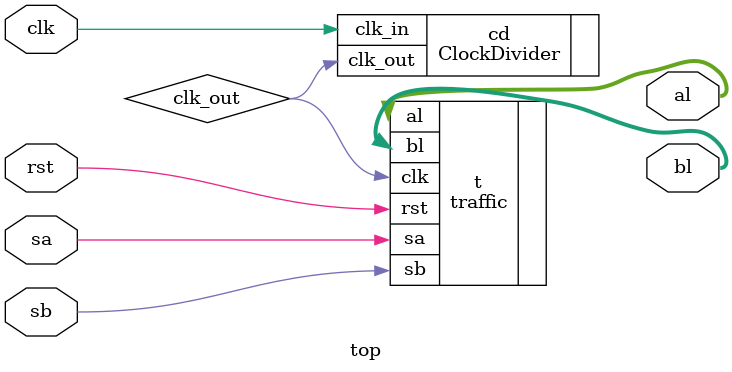
<source format=sv>
`timescale 1ns / 1ps


module top(
        input logic sa,
        input logic sb,
        input logic clk,
        input logic rst,
        output logic[2:0] al,
        output logic[2:0] bl
        );
        
        logic clk_out;
        
        traffic t(
                .sa(sa),
                .sb(sb),
                .clk(clk_out),
                .rst(rst),
                .al(al),
                .bl(bl)
                );
            
         ClockDivider cd(
           .clk_in(clk),
           .clk_out(clk_out)
           );
           
endmodule

</source>
